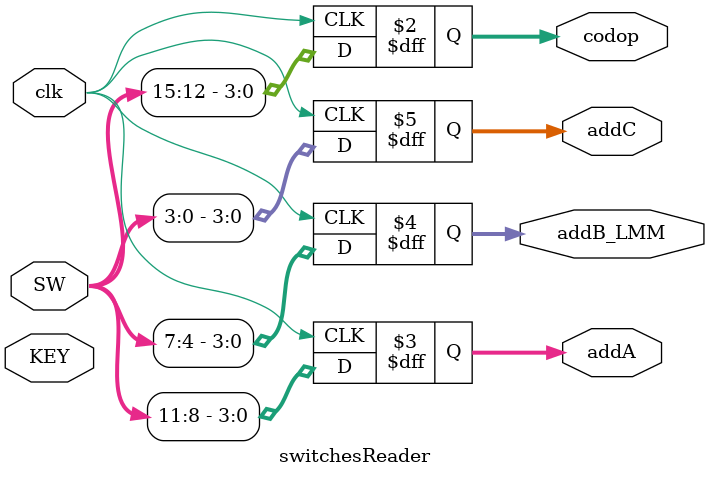
<source format=v>

module switchesReader(
	input clk,
	input [3:0] KEY,
	input [17:0] SW,
	output reg [3:0] codop,
	output reg [3:0] addA,
	output reg [3:0] addB_LMM,
	output reg [3:0] addC
);

	always @(posedge clk) begin
		codop[3] = SW[15];
		codop[2] = SW[14];
		codop[1] = SW[13];
		codop[0] = SW[12];
		
		addA[3] = SW[11];
		addA[2] = SW[10];
		addA[1] = SW[9];
		addA[0] = SW[8];
		
		addB_LMM[3] = SW[7];
		addB_LMM[2] = SW[6];
		addB_LMM[1] = SW[5];
		addB_LMM[0] = SW[4];
		
		addC[3] = SW[3];
		addC[2] = SW[2];
		addC[1] = SW[1];
		addC[0] = SW[0];
	end
endmodule

</source>
